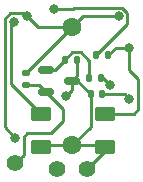
<source format=gtl>
%TF.GenerationSoftware,KiCad,Pcbnew,7.0.7*%
%TF.CreationDate,2023-12-15T10:30:33-05:00*%
%TF.ProjectId,Original Circle FES Device,4f726967-696e-4616-9c20-436972636c65,rev?*%
%TF.SameCoordinates,Original*%
%TF.FileFunction,Copper,L1,Top*%
%TF.FilePolarity,Positive*%
%FSLAX46Y46*%
G04 Gerber Fmt 4.6, Leading zero omitted, Abs format (unit mm)*
G04 Created by KiCad (PCBNEW 7.0.7) date 2023-12-15 10:30:33*
%MOMM*%
%LPD*%
G01*
G04 APERTURE LIST*
G04 Aperture macros list*
%AMRoundRect*
0 Rectangle with rounded corners*
0 $1 Rounding radius*
0 $2 $3 $4 $5 $6 $7 $8 $9 X,Y pos of 4 corners*
0 Add a 4 corners polygon primitive as box body*
4,1,4,$2,$3,$4,$5,$6,$7,$8,$9,$2,$3,0*
0 Add four circle primitives for the rounded corners*
1,1,$1+$1,$2,$3*
1,1,$1+$1,$4,$5*
1,1,$1+$1,$6,$7*
1,1,$1+$1,$8,$9*
0 Add four rect primitives between the rounded corners*
20,1,$1+$1,$2,$3,$4,$5,0*
20,1,$1+$1,$4,$5,$6,$7,0*
20,1,$1+$1,$6,$7,$8,$9,0*
20,1,$1+$1,$8,$9,$2,$3,0*%
G04 Aperture macros list end*
%TA.AperFunction,SMDPad,CuDef*%
%ADD10RoundRect,0.135000X-0.135000X-0.185000X0.135000X-0.185000X0.135000X0.185000X-0.135000X0.185000X0*%
%TD*%
%TA.AperFunction,ComponentPad*%
%ADD11C,1.200000*%
%TD*%
%TA.AperFunction,ConnectorPad*%
%ADD12C,1.400000*%
%TD*%
%TA.AperFunction,SMDPad,CuDef*%
%ADD13RoundRect,0.135000X0.135000X0.185000X-0.135000X0.185000X-0.135000X-0.185000X0.135000X-0.185000X0*%
%TD*%
%TA.AperFunction,SMDPad,CuDef*%
%ADD14RoundRect,0.140000X-0.140000X-0.170000X0.140000X-0.170000X0.140000X0.170000X-0.140000X0.170000X0*%
%TD*%
%TA.AperFunction,SMDPad,CuDef*%
%ADD15RoundRect,0.140000X0.140000X0.170000X-0.140000X0.170000X-0.140000X-0.170000X0.140000X-0.170000X0*%
%TD*%
%TA.AperFunction,SMDPad,CuDef*%
%ADD16RoundRect,0.250000X-0.625000X0.375000X-0.625000X-0.375000X0.625000X-0.375000X0.625000X0.375000X0*%
%TD*%
%TA.AperFunction,SMDPad,CuDef*%
%ADD17RoundRect,0.150000X-0.512500X-0.150000X0.512500X-0.150000X0.512500X0.150000X-0.512500X0.150000X0*%
%TD*%
%TA.AperFunction,SMDPad,CuDef*%
%ADD18RoundRect,0.135000X-0.185000X0.135000X-0.185000X-0.135000X0.185000X-0.135000X0.185000X0.135000X0*%
%TD*%
%TA.AperFunction,SMDPad,CuDef*%
%ADD19RoundRect,0.250000X0.625000X-0.375000X0.625000X0.375000X-0.625000X0.375000X-0.625000X-0.375000X0*%
%TD*%
%TA.AperFunction,ComponentPad*%
%ADD20C,1.600200*%
%TD*%
%TA.AperFunction,ViaPad*%
%ADD21C,0.800000*%
%TD*%
%TA.AperFunction,Conductor*%
%ADD22C,0.250000*%
%TD*%
G04 APERTURE END LIST*
D10*
%TO.P,R6,1*%
%TO.N,Net-(Q3-B)*%
X117473000Y-104521000D03*
%TO.P,R6,2*%
%TO.N,0*%
X118493000Y-104521000D03*
%TD*%
D11*
%TO.P,RAT,1,1*%
%TO.N,Net-(Q3-C)*%
X113284000Y-113284000D03*
D12*
X113284000Y-113284000D03*
%TD*%
D13*
%TO.P,R2,1*%
%TO.N,Net-(Q2-E)*%
X121160000Y-104140000D03*
%TO.P,R2,2*%
%TO.N,Net-(R2-Pad2)*%
X120140000Y-104140000D03*
%TD*%
D14*
%TO.P,C3,1*%
%TO.N,0*%
X119662000Y-107442000D03*
%TO.P,C3,2*%
%TO.N,Net-(C3-Pad2)*%
X120622000Y-107442000D03*
%TD*%
D15*
%TO.P,C4,1*%
%TO.N,Net-(C4-Pad1)*%
X120495000Y-106045000D03*
%TO.P,C4,2*%
%TO.N,Net-(Q3-B)*%
X119535000Y-106045000D03*
%TD*%
D16*
%TO.P,Q1,1,C*%
%TO.N,Net-(Q1-C)*%
X115443000Y-109087000D03*
%TO.P,Q1,2,E*%
%TO.N,0*%
X115443000Y-111887000D03*
%TD*%
D11*
%TO.P,ON,1,1*%
%TO.N,Net-(R1-Pad1)*%
X116840000Y-113792000D03*
D12*
X116840000Y-113792000D03*
%TD*%
D17*
%TO.P,Q3,1,B*%
%TO.N,Net-(Q3-B)*%
X115835000Y-105349000D03*
%TO.P,Q3,2,C*%
%TO.N,Net-(Q3-C)*%
X115835000Y-107249000D03*
%TO.P,Q3,3,E*%
%TO.N,0*%
X118110000Y-106299000D03*
%TD*%
D18*
%TO.P,R7,1*%
%TO.N,+3.3V*%
X114173000Y-105662000D03*
%TO.P,R7,2*%
%TO.N,Net-(Q3-C)*%
X114173000Y-106682000D03*
%TD*%
D11*
%TO.P,GND,1,1*%
%TO.N,0*%
X119380000Y-113792000D03*
D12*
X119380000Y-113792000D03*
%TD*%
D19*
%TO.P,Q2,1,C*%
%TO.N,0*%
X120904000Y-111890000D03*
%TO.P,Q2,2,E*%
%TO.N,Net-(Q2-E)*%
X120904000Y-109090000D03*
%TD*%
D20*
%TO.P,+,1,+*%
%TO.N,+3.3V*%
X118110000Y-101760000D03*
%TO.P,+,2,-*%
%TO.N,0*%
X118110000Y-111760000D03*
%TD*%
D21*
%TO.N,Net-(Q1-C)*%
X113168877Y-101317530D03*
%TO.N,Net-(Q2-E)*%
X122936000Y-103505000D03*
%TO.N,0*%
X117602000Y-107569000D03*
%TO.N,Net-(C3-Pad2)*%
X122936000Y-107823000D03*
%TO.N,Net-(C4-Pad1)*%
X121322000Y-106680000D03*
%TO.N,Net-(R2-Pad2)*%
X116586000Y-100203000D03*
%TO.N,+3.3V*%
X113284000Y-111125000D03*
X114300000Y-100838000D03*
X122047000Y-100838000D03*
%TD*%
D22*
%TO.N,Net-(Q1-C)*%
X112903000Y-101583407D02*
X113168877Y-101317530D01*
X112903000Y-106547000D02*
X112903000Y-101583407D01*
X115443000Y-109087000D02*
X112903000Y-106547000D01*
%TO.N,Net-(Q2-E)*%
X120904000Y-109090000D02*
X121922999Y-109090000D01*
X121160000Y-104140000D02*
X121795000Y-103505000D01*
X121925999Y-109093000D02*
X123317000Y-109093000D01*
X123698000Y-108712000D02*
X123698000Y-106172000D01*
X121922999Y-109090000D02*
X121925999Y-109093000D01*
X123698000Y-106172000D02*
X122936000Y-105410000D01*
X123317000Y-109093000D02*
X123698000Y-108712000D01*
X122936000Y-105410000D02*
X122936000Y-103505000D01*
X121795000Y-103505000D02*
X122936000Y-103505000D01*
%TO.N,0*%
X118493000Y-104521000D02*
X118493000Y-105916000D01*
X119662000Y-110208000D02*
X118110000Y-111760000D01*
X118493000Y-105916000D02*
X118110000Y-106299000D01*
X115443000Y-111887000D02*
X115570000Y-111760000D01*
X118110000Y-107061000D02*
X117602000Y-107569000D01*
X118519000Y-106299000D02*
X119662000Y-107442000D01*
X115570000Y-111760000D02*
X118110000Y-111760000D01*
X120904000Y-111890000D02*
X120774000Y-111760000D01*
X119662000Y-107442000D02*
X119662000Y-110208000D01*
X119380000Y-113792000D02*
X120904000Y-112268000D01*
X118110000Y-106299000D02*
X118110000Y-107061000D01*
X120774000Y-111760000D02*
X118110000Y-111760000D01*
X118110000Y-106299000D02*
X118519000Y-106299000D01*
X120904000Y-112268000D02*
X120904000Y-111890000D01*
%TO.N,Net-(C3-Pad2)*%
X120622000Y-107442000D02*
X122555000Y-107442000D01*
X122555000Y-107442000D02*
X122936000Y-107823000D01*
%TO.N,Net-(C4-Pad1)*%
X120495000Y-106045000D02*
X120687000Y-106045000D01*
X120687000Y-106045000D02*
X121322000Y-106680000D01*
%TO.N,Net-(Q3-B)*%
X119535000Y-106045000D02*
X119535000Y-104592462D01*
X116645000Y-105349000D02*
X117473000Y-104521000D01*
X118818538Y-103876000D02*
X118118000Y-103876000D01*
X118118000Y-103876000D02*
X117473000Y-104521000D01*
X115835000Y-105349000D02*
X116645000Y-105349000D01*
X119535000Y-104592462D02*
X118818538Y-103876000D01*
%TO.N,Net-(Q3-C)*%
X113284000Y-113284000D02*
X114009000Y-112559000D01*
X117348000Y-109728000D02*
X117348000Y-108712000D01*
X114173000Y-106682000D02*
X115268000Y-106682000D01*
X116332000Y-110744000D02*
X117348000Y-109728000D01*
X114009000Y-111035000D02*
X114300000Y-110744000D01*
X115885000Y-107249000D02*
X115835000Y-107249000D01*
X114009000Y-112559000D02*
X114009000Y-111035000D01*
X117348000Y-108712000D02*
X115885000Y-107249000D01*
X114300000Y-110744000D02*
X116332000Y-110744000D01*
X115268000Y-106682000D02*
X115835000Y-107249000D01*
%TO.N,Net-(R2-Pad2)*%
X116586000Y-100203000D02*
X118144132Y-100203000D01*
X122347305Y-100113000D02*
X122772000Y-100537695D01*
X118144132Y-100203000D02*
X118234132Y-100113000D01*
X122772000Y-100537695D02*
X122772000Y-101508000D01*
X122772000Y-101508000D02*
X120140000Y-104140000D01*
X118234132Y-100113000D02*
X122347305Y-100113000D01*
%TO.N,+3.3V*%
X114187749Y-105662000D02*
X118089749Y-101760000D01*
X114173000Y-105662000D02*
X114187749Y-105662000D01*
X118110000Y-101760000D02*
X115222000Y-101760000D01*
X112818919Y-100592530D02*
X114054530Y-100592530D01*
X119032000Y-100838000D02*
X118110000Y-101760000D01*
X118089749Y-101760000D02*
X118110000Y-101760000D01*
X112394224Y-101017225D02*
X112818919Y-100592530D01*
X122047000Y-100838000D02*
X119032000Y-100838000D01*
X114054530Y-100592530D02*
X114300000Y-100838000D01*
X113284000Y-111125000D02*
X112394224Y-110235224D01*
X115222000Y-101760000D02*
X114300000Y-100838000D01*
X112394224Y-110235224D02*
X112394224Y-101017225D01*
%TD*%
M02*

</source>
